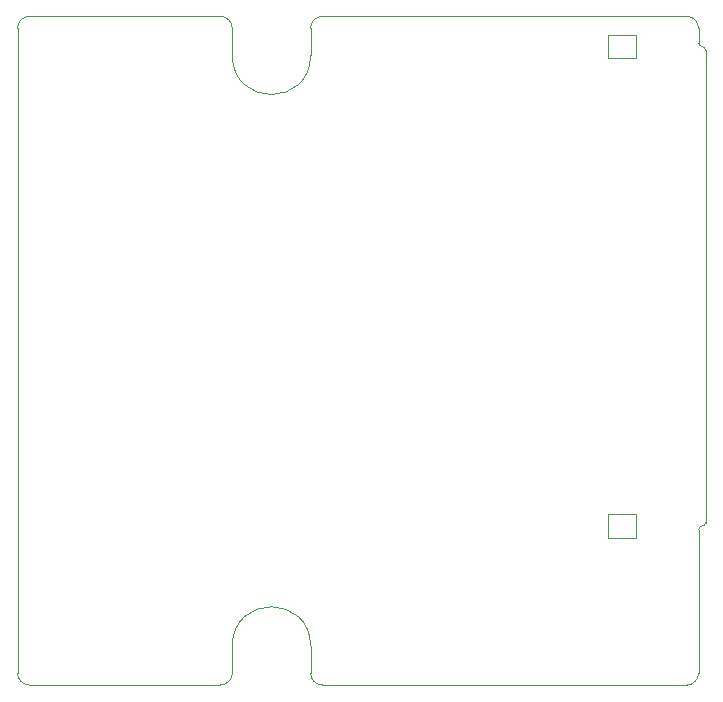
<source format=gbr>
%TF.GenerationSoftware,KiCad,Pcbnew,(6.0.11)*%
%TF.CreationDate,2023-07-09T23:55:29-07:00*%
%TF.ProjectId,cga-ypbpr,6367612d-7970-4627-9072-2e6b69636164,rev?*%
%TF.SameCoordinates,PX2990618PY4bd2668*%
%TF.FileFunction,Profile,NP*%
%FSLAX46Y46*%
G04 Gerber Fmt 4.6, Leading zero omitted, Abs format (unit mm)*
G04 Created by KiCad (PCBNEW (6.0.11)) date 2023-07-09 23:55:29*
%MOMM*%
%LPD*%
G01*
G04 APERTURE LIST*
%TA.AperFunction,Profile*%
%ADD10C,0.050000*%
%TD*%
G04 APERTURE END LIST*
D10*
X0Y0D02*
G75*
G03*
X6630000Y0I3315000J0D01*
G01*
X6630000Y-50000000D02*
G75*
G03*
X0Y-50000000I-3315000J0D01*
G01*
X-17183000Y-53305000D02*
X-1000000Y-53305000D01*
X-18183000Y2305000D02*
X-18183000Y-52305000D01*
X38477000Y3305000D02*
X7630000Y3305000D01*
X7630000Y-53305000D02*
X38477000Y-53305000D01*
X-1000000Y3305000D02*
X-17183000Y3305000D01*
X6630000Y-50000000D02*
X6630000Y-52305000D01*
X6630000Y2305000D02*
X6630000Y0D01*
X0Y0D02*
X0Y2305000D01*
X0Y-52305000D02*
X0Y-50000000D01*
X31817000Y-38855000D02*
X31817000Y-40855000D01*
X31817000Y-255000D02*
X31817000Y1745000D01*
X40077000Y-39555000D02*
X40077000Y445000D01*
X39477000Y1045000D02*
G75*
G03*
X39777000Y745000I300000J0D01*
G01*
X39477000Y2305000D02*
X39477000Y1045000D01*
X40077000Y445000D02*
G75*
G03*
X39777000Y745000I-300000J0D01*
G01*
X39777000Y-39855000D02*
G75*
G03*
X39477000Y-40155000I0J-300000D01*
G01*
X39477000Y-52305000D02*
X39477000Y-40155000D01*
X34217000Y1745000D02*
X34217000Y-255000D01*
X-1000000Y-53305000D02*
G75*
G03*
X0Y-52305000I0J1000000D01*
G01*
X7630000Y3305000D02*
G75*
G03*
X6630000Y2305000I0J-1000000D01*
G01*
X34217000Y-38855000D02*
X31817000Y-38855000D01*
X0Y2305000D02*
G75*
G03*
X-1000000Y3305000I-1000000J0D01*
G01*
X34217000Y-255000D02*
X31817000Y-255000D01*
X39477000Y2305000D02*
G75*
G03*
X38477000Y3305000I-1000000J0D01*
G01*
X31817000Y-40855000D02*
X34217000Y-40855000D01*
X-18183000Y-52305000D02*
G75*
G03*
X-17183000Y-53305000I1000000J0D01*
G01*
X-17183000Y3305000D02*
G75*
G03*
X-18183000Y2305000I0J-1000000D01*
G01*
X6630000Y-52305000D02*
G75*
G03*
X7630000Y-53305000I1000000J0D01*
G01*
X39777000Y-39855000D02*
G75*
G03*
X40077000Y-39555000I0J300000D01*
G01*
X34217000Y-40855000D02*
X34217000Y-38855000D01*
X38477000Y-53305000D02*
G75*
G03*
X39477000Y-52305000I0J1000000D01*
G01*
X31817000Y1745000D02*
X34217000Y1745000D01*
M02*

</source>
